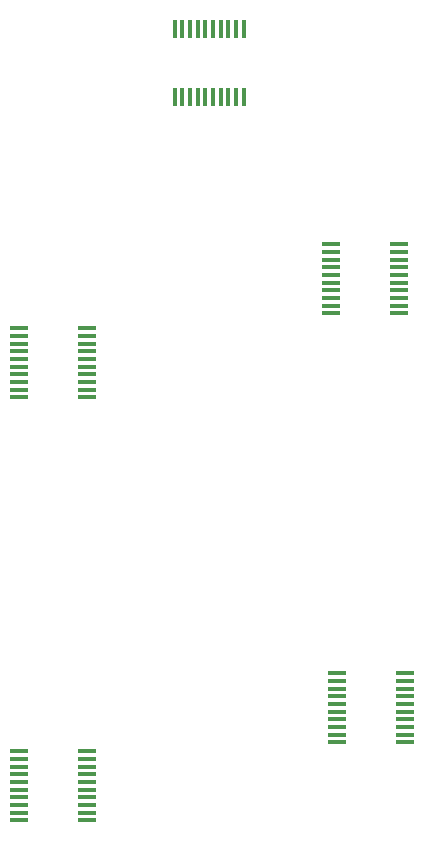
<source format=gbr>
%TF.GenerationSoftware,KiCad,Pcbnew,(5.1.8)-1*%
%TF.CreationDate,2021-05-23T23:23:44-05:00*%
%TF.ProjectId,CircuitBoardV2,43697263-7569-4744-926f-61726456322e,rev?*%
%TF.SameCoordinates,Original*%
%TF.FileFunction,Paste,Top*%
%TF.FilePolarity,Positive*%
%FSLAX46Y46*%
G04 Gerber Fmt 4.6, Leading zero omitted, Abs format (unit mm)*
G04 Created by KiCad (PCBNEW (5.1.8)-1) date 2021-05-23 23:23:44*
%MOMM*%
%LPD*%
G01*
G04 APERTURE LIST*
%ADD10R,1.570000X0.410000*%
%ADD11R,0.410000X1.570000*%
G04 APERTURE END LIST*
D10*
%TO.C,U5*%
X116408000Y-135259000D03*
X116408000Y-134609000D03*
X116408000Y-133959000D03*
X116408000Y-133309000D03*
X116408000Y-132659000D03*
X116408000Y-132009000D03*
X116408000Y-131359000D03*
X116408000Y-130709000D03*
X116408000Y-130059000D03*
X116408000Y-129409000D03*
X110668000Y-129409000D03*
X110668000Y-130059000D03*
X110668000Y-130709000D03*
X110668000Y-131359000D03*
X110668000Y-132009000D03*
X110668000Y-132659000D03*
X110668000Y-133309000D03*
X110668000Y-133959000D03*
X110668000Y-134609000D03*
X110668000Y-135259000D03*
%TD*%
%TO.C,U1*%
X143332000Y-122805000D03*
X143332000Y-123455000D03*
X143332000Y-124105000D03*
X143332000Y-124755000D03*
X143332000Y-125405000D03*
X143332000Y-126055000D03*
X143332000Y-126705000D03*
X143332000Y-127355000D03*
X143332000Y-128005000D03*
X143332000Y-128655000D03*
X137592000Y-128655000D03*
X137592000Y-128005000D03*
X137592000Y-127355000D03*
X137592000Y-126705000D03*
X137592000Y-126055000D03*
X137592000Y-125405000D03*
X137592000Y-124755000D03*
X137592000Y-124105000D03*
X137592000Y-123455000D03*
X137592000Y-122805000D03*
%TD*%
%TO.C,U4*%
X110668000Y-99445000D03*
X110668000Y-98795000D03*
X110668000Y-98145000D03*
X110668000Y-97495000D03*
X110668000Y-96845000D03*
X110668000Y-96195000D03*
X110668000Y-95545000D03*
X110668000Y-94895000D03*
X110668000Y-94245000D03*
X110668000Y-93595000D03*
X116408000Y-93595000D03*
X116408000Y-94245000D03*
X116408000Y-94895000D03*
X116408000Y-95545000D03*
X116408000Y-96195000D03*
X116408000Y-96845000D03*
X116408000Y-97495000D03*
X116408000Y-98145000D03*
X116408000Y-98795000D03*
X116408000Y-99445000D03*
%TD*%
D11*
%TO.C,U3*%
X123821000Y-73990000D03*
X124471000Y-73990000D03*
X125121000Y-73990000D03*
X125771000Y-73990000D03*
X126421000Y-73990000D03*
X127071000Y-73990000D03*
X127721000Y-73990000D03*
X128371000Y-73990000D03*
X129021000Y-73990000D03*
X129671000Y-73990000D03*
X129671000Y-68250000D03*
X129021000Y-68250000D03*
X128371000Y-68250000D03*
X127721000Y-68250000D03*
X127071000Y-68250000D03*
X126421000Y-68250000D03*
X125771000Y-68250000D03*
X125121000Y-68250000D03*
X124471000Y-68250000D03*
X123821000Y-68250000D03*
%TD*%
D10*
%TO.C,U2*%
X142824000Y-86483000D03*
X142824000Y-87133000D03*
X142824000Y-87783000D03*
X142824000Y-88433000D03*
X142824000Y-89083000D03*
X142824000Y-89733000D03*
X142824000Y-90383000D03*
X142824000Y-91033000D03*
X142824000Y-91683000D03*
X142824000Y-92333000D03*
X137084000Y-92333000D03*
X137084000Y-91683000D03*
X137084000Y-91033000D03*
X137084000Y-90383000D03*
X137084000Y-89733000D03*
X137084000Y-89083000D03*
X137084000Y-88433000D03*
X137084000Y-87783000D03*
X137084000Y-87133000D03*
X137084000Y-86483000D03*
%TD*%
M02*

</source>
